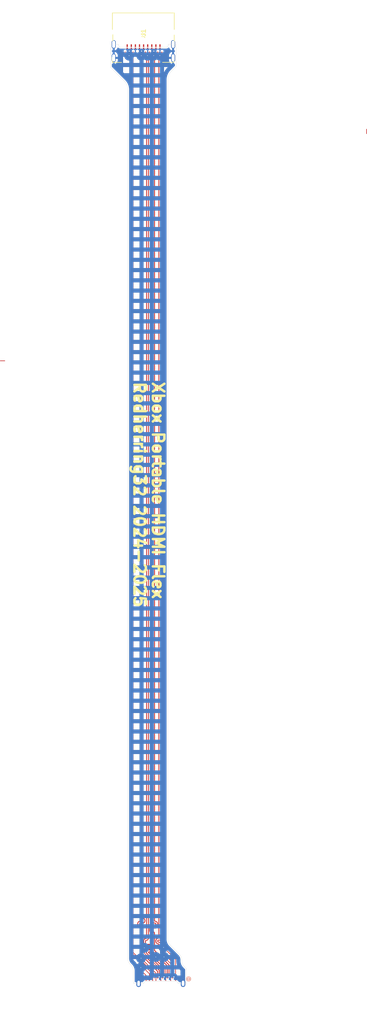
<source format=kicad_pcb>
(kicad_pcb (version 20241229) (generator "pcbnew") (generator_version "9.0")
  (layers (0 "F.Cu" signal "Front") (2 "B.Cu" signal "Back") (13 "F.Paste" user) (15 "B.Paste" user) (5 "F.SilkS" user "F.Silkscreen") (7 "B.SilkS" user "B.Silkscreen") (1 "F.Mask" user) (3 "B.Mask" user) (25 "Edge.Cuts" user))
  (net 0 "")
  (net 4 "/D1-")
  (net 5 "/D0-")
  (net 6 "/D2+")
  (net 7 "/D0+")
  (net 8 "/D1+")
  (net 9 "/CK+")
  (net 10 "/CK-")
  (net 11 "/D2-")
  (net 12 "/GND")
  (net 13 "/HPD")
  (net 14 "/SCL")
  (net 15 "/SDA")
  (footprint "HDMI-FFC:GND-PADS" (layer "F.Cu") (at 177.62 276.73)
    (property "Reference" "REF**" (hide yes))
    (property "Value" "GND-PADS")
    (pad "SH" thru_hole oval (at -9.025001 1.0677 90) (size 1.8034 1.1176) (drill oval 1.3 0.6) (layers "*.Cu" "*.Mask") (net 12 "/GND"))
    (pad "SH" thru_hole oval (at 1.825 1.055 90) (size 1.8034 1.1176) (drill oval 1.3 0.6) (layers "*.Cu" "*.Mask") (net 12 "/GND"))
  )
  (footprint "HDMI-FFC:MiniHDMI" (layer "F.Cu") (at 177.62 276.72)
    (property "Reference" "J2" (hide yes))
    (property "Value" "HDMI_A_1.4")
    (fp_circle (center 3.175 0) (end 3.556 0) (stroke (width 0.508)) (fill no) (layer "B.SilkS"))
    (pad "1" smd rect (at 0 0.4) (size 0.2 0.34) (layers "F.Cu" "F.Mask" "F.Paste") (net 12 "/GND"))
    (pad "1" thru_hole circle (at 0 0.57) (size 0.253 0.253) (drill 0.25) (layers "*.Cu" "*.Mask") (net 12 "/GND"))
    (pad "2" thru_hole circle (at -0.4 -0.5) (size 0.253 0.253) (drill 0.25) (layers "*.Cu" "*.Mask") (net 12 "/GND"))
    (pad "3" thru_hole circle (at -0.8 0) (size 0.253 0.253) (drill 0.25) (layers "*.Cu" "*.Mask") (net 11 "/D2-"))
    (pad "4" smd rect (at -1.2 0.405) (size 0.2 0.33) (layers "F.Cu" "F.Mask" "F.Paste") (net 12 "/GND"))
    (pad "4" thru_hole circle (at -1.2 0.57) (size 0.253 0.253) (drill 0.25) (layers "*.Cu" "*.Mask") (net 12 "/GND"))
    (pad "5" thru_hole circle (at -1.6 -0.5) (size 0.253 0.253) (drill 0.25) (layers "*.Cu" "*.Mask") (net 12 "/GND"))
    (pad "6" thru_hole circle (at -2 0) (size 0.253 0.253) (drill 0.25) (layers "*.Cu" "*.Mask") (net 4 "/D1-"))
    (pad "7" smd rect (at -2.404687 0.40531) (size 0.19062 0.329374) (layers "F.Cu" "F.Mask" "F.Paste") (net 12 "/GND"))
    (pad "7" thru_hole circle (at -2.4 0.57) (size 0.253 0.253) (drill 0.25) (layers "*.Cu" "*.Mask") (net 12 "/GND"))
    (pad "8" thru_hole circle (at -2.8 -0.5) (size 0.253 0.253) (drill 0.25) (layers "*.Cu" "*.Mask") (net 12 "/GND"))
    (pad "9" thru_hole circle (at -3.2 0) (size 0.253 0.253) (drill 0.25) (layers "*.Cu" "*.Mask") (net 5 "/D0-"))
    (pad "10" smd rect (at -3.6 0.405) (size 0.2 0.33) (layers "F.Cu" "F.Mask" "F.Paste") (net 12 "/GND"))
    (pad "10" thru_hole circle (at -3.6 0.57) (size 0.253 0.253) (drill 0.25) (layers "*.Cu" "*.Mask") (net 12 "/GND"))
    (pad "11" thru_hole circle (at -4 -0.5) (size 0.253 0.253) (drill 0.25) (layers "*.Cu" "*.Mask") (net 12 "/GND"))
    (pad "12" thru_hole circle (at -4.4 0) (size 0.253 0.253) (drill 0.25) (layers "*.Cu" "*.Mask") (net 10 "/CK-"))
    (pad "13" thru_hole circle (at -4.8 0.57) (size 0.253 0.253) (drill 0.25) (layers "*.Cu" "*.Mask") (net 12 "/GND"))
    (pad "13" smd rect (at -4.799999 0.404999) (size 0.199998 0.329998) (layers "F.Cu" "F.Mask" "F.Paste") (net 12 "/GND"))
    (pad "14" thru_hole circle (at -5.2 0) (size 0.253 0.253) (drill 0.25) (layers "*.Cu" "*.Mask") (net 14 "/SCL"))
    (pad "15" smd rect (at -5.6 0.405) (size 0.2 0.33) (layers "F.Cu" "F.Mask" "F.Paste") (net 15 "/SDA"))
    (pad "15" thru_hole circle (at -5.6 0.57) (size 0.253 0.253) (drill 0.25) (layers "*.Cu" "*.Mask") (net 15 "/SDA"))
    (pad "17" smd rect (at -6.4 0.405) (size 0.2 0.33) (layers "F.Cu" "F.Mask" "F.Paste") (net 12 "/GND"))
    (pad "17" thru_hole circle (at -6.4 0.57) (size 0.253 0.253) (drill 0.25) (layers "*.Cu" "*.Mask") (net 12 "/GND"))
    (pad "19" smd rect (at -7.2 0.405) (size 0.2 0.33) (layers "F.Cu" "F.Mask" "F.Paste") (net 13 "/HPD"))
    (pad "19" thru_hole circle (at -7.2 0.57) (size 0.253 0.253) (drill 0.25) (layers "*.Cu" "*.Mask") (net 13 "/HPD"))
  )
  (footprint "HDMI:ps4_hdmi" (layer "F.Cu") (at 169.765 50.5 180)
    (property "Reference" "J1" (at 0 3.8 270) (layer "F.SilkS") (effects (font (size 0.75 0.75) (thickness 0.1875))))
    (property "Value" "HDMI" (hide yes))
    (fp_line (start 7.6 -2.772) (end 7.6 -1.5) (stroke (width 0.15)) (layer "F.SilkS"))
    (fp_line (start 7.59 9.3) (end 0.34 9.3) (stroke (width 0.15)) (layer "F.SilkS"))
    (fp_line (start 7.59 5.28) (end 7.59 9.3) (stroke (width 0.15)) (layer "F.SilkS"))
    (fp_line (start 7.49 1.05) (end 7.49 4) (stroke (width 0.15)) (layer "F.SilkS"))
    (fp_line (start 5.35 -2.772) (end 7.6 -2.772) (stroke (width 0.15)) (layer "F.SilkS"))
    (fp_line (start -4.66 -2.742) (end -7.4 -2.742) (stroke (width 0.15)) (layer "F.SilkS"))
    (fp_line (start -7.4 -2.742) (end -7.4 -1.5) (stroke (width 0.15)) (layer "F.SilkS"))
    (fp_line (start -7.5 1.07) (end -7.5 3.92) (stroke (width 0.15)) (layer "F.SilkS"))
    (fp_line (start -7.51 9.3) (end 0.34 9.3) (stroke (width 0.15)) (layer "F.SilkS"))
    (fp_line (start -7.51 5.28) (end -7.51 9.3) (stroke (width 0.15)) (layer "F.SilkS"))
    (pad "0" thru_hole oval (at -7.25 -1.65 180) (size 1 2.02) (drill oval 0.7 1.72) (layers "*.Cu" "*.Mask") (net 12 "/GND"))
    (pad "0" thru_hole oval (at -7.25 1.65 180) (size 1 2.02) (drill oval 0.7 1.72) (layers "*.Cu" "*.Mask") (net 12 "/GND"))
    (pad "0" thru_hole oval (at 7.25 -1.65 180) (size 1 2.02) (drill oval 0.7 1.72) (layers "*.Cu" "*.Mask") (net 12 "/GND"))
    (pad "0" thru_hole oval (at 7.25 1.65 180) (size 1 2.02) (drill oval 0.7 1.72) (layers "*.Cu" "*.Mask") (net 12 "/GND"))
  )
  (footprint "HDMI-FFC:HDMI" (layer "F.Cu") (at 169.81 50.5 180)
    (property "Reference" "J1" (at 0 4.5 90) (layer "F.SilkS") (effects (font (size 1.016 1.016) (thickness 0.254))))
    (property "Value" "HDMI_A" (hide yes))
    (fp_line (start 7.6 -1.5) (end 7.6 -2.772) (stroke (width 0.15)) (layer "F.SilkS"))
    (fp_line (start 7.6 -2.772) (end 5.35 -2.772) (stroke (width 0.15)) (layer "F.SilkS"))
    (fp_line (start 7.59 9.3) (end 7.59 5.28) (stroke (width 0.15)) (layer "F.SilkS"))
    (fp_line (start 7.49 4) (end 7.49 1.05) (stroke (width 0.15)) (layer "F.SilkS"))
    (fp_line (start 0.34 9.3) (end 7.59 9.3) (stroke (width 0.15)) (layer "F.SilkS"))
    (fp_line (start 0.34 9.3) (end -7.51 9.3) (stroke (width 0.15)) (layer "F.SilkS"))
    (fp_line (start -7.4 -1.5) (end -7.4 -2.742) (stroke (width 0.15)) (layer "F.SilkS"))
    (fp_line (start -7.4 -2.742) (end -4.66 -2.742) (stroke (width 0.15)) (layer "F.SilkS"))
    (fp_line (start -7.5 3.92) (end -7.5 1.07) (stroke (width 0.15)) (layer "F.SilkS"))
    (fp_line (start -7.51 9.3) (end -7.51 5.28) (stroke (width 0.15)) (layer "F.SilkS"))
    (pad "1" thru_hole circle (at -4.5 -0.03 180) (size 0.253 0.253) (drill 0.25) (layers "*.Cu" "*.Mask") (net 6 "/D2+"))
    (pad "2" thru_hole circle (at -4 0.91 180) (size 0.253 0.253) (drill 0.25) (layers "*.Cu" "*.Mask") (net 12 "/GND"))
    (pad "2" smd rect (at -4 1.03 180) (size 0.3 1.24) (layers "F.Cu" "F.Mask" "F.Paste") (net 12 "/GND"))
    (pad "3" thru_hole circle (at -3.5 0 180) (size 0.253 0.253) (drill 0.25) (layers "*.Cu" "*.Mask") (net 11 "/D2-"))
    (pad "4" thru_hole circle (at -3 0.91 180) (size 0.253 0.253) (drill 0.25) (layers "*.Cu" "*.Mask") (net 8 "/D1+"))
    (pad "4" smd rect (at -3 1.03 180) (size 0.3 1.24) (layers "F.Cu" "F.Mask" "F.Paste") (net 8 "/D1+"))
    (pad "5" thru_hole circle (at -2.5 0 180) (size 0.253 0.253) (drill 0.25) (layers "*.Cu" "*.Mask") (net 12 "/GND"))
    (pad "6" thru_hole circle (at -2 0.91 180) (size 0.253 0.253) (drill 0.25) (layers "*.Cu" "*.Mask") (net 4 "/D1-"))
    (pad "6" smd rect (at -2 1.03 180) (size 0.3 1.24) (layers "F.Cu" "F.Mask" "F.Paste") (net 4 "/D1-"))
    (pad "7" thru_hole circle (at -1.5 0 180) (size 0.253 0.253) (drill 0.25) (layers "*.Cu" "*.Mask") (net 7 "/D0+"))
    (pad "8" thru_hole circle (at -1 0.91 180) (size 0.253 0.253) (drill 0.25) (layers "*.Cu" "*.Mask") (net 12 "/GND"))
    (pad "8" smd rect (at -1 1.025 180) (size 0.3 1.25) (layers "F.Cu" "F.Mask" "F.Paste") (net 12 "/GND"))
    (pad "9" thru_hole circle (at -0.5 0 180) (size 0.253 0.253) (drill 0.25) (layers "*.Cu" "*.Mask") (net 5 "/D0-"))
    (pad "10" thru_hole circle (at 0 0.91 180) (size 0.253 0.253) (drill 0.25) (layers "*.Cu" "*.Mask") (net 9 "/CK+"))
    (pad "10" smd rect (at 0 1.025 180) (size 0.3 1.25) (layers "F.Cu" "F.Mask" "F.Paste") (net 9 "/CK+"))
    (pad "11" thru_hole circle (at 0.5 0 180) (size 0.253 0.253) (drill 0.25) (layers "*.Cu" "*.Mask") (net 12 "/GND"))
    (pad "12" thru_hole circle (at 1 0.91 180) (size 0.253 0.253) (drill 0.25) (layers "*.Cu" "*.Mask") (net 10 "/CK-"))
    (pad "12" smd rect (at 1 1.024999 180) (size 0.3 1.249998) (layers "F.Cu" "F.Mask" "F.Paste") (net 10 "/CK-"))
    (pad "13" thru_hole circle (at 1.5 0 180) (size 0.253 0.253) (drill 0.25) (layers "*.Cu" "*.Mask"))
    (pad "14" thru_hole circle (at 2 0.91 180) (size 0.253 0.253) (drill 0.25) (layers "*.Cu" "*.Mask"))
    (pad "14" smd rect (at 2 1.025 180) (size 0.3 1.25) (layers "F.Cu" "F.Mask" "F.Paste"))
    (pad "15" thru_hole circle (at 2.5 0 180) (size 0.253 0.253) (drill 0.25) (layers "*.Cu" "*.Mask") (net 14 "/SCL"))
    (pad "16" thru_hole circle (at 3 0.91 180) (size 0.253 0.253) (drill 0.25) (layers "*.Cu" "*.Mask") (net 15 "/SDA"))
    (pad "16" smd rect (at 3 1.025 180) (size 0.3 1.25) (layers "F.Cu" "F.Mask" "F.Paste") (net 15 "/SDA"))
    (pad "17" thru_hole circle (at 3.5 0 180) (size 0.253 0.253) (drill 0.25) (layers "*.Cu" "*.Mask") (net 12 "/GND"))
    (pad "18" thru_hole circle (at 4 0.91 180) (size 0.253 0.253) (drill 0.25) (layers "*.Cu" "*.Mask"))
    (pad "18" smd rect (at 4 1.025 180) (size 0.3 1.25) (layers "F.Cu" "F.Mask" "F.Paste"))
    (pad "19" thru_hole circle (at 4.5 0 180) (size 0.253 0.253) (drill 0.25) (layers "*.Cu" "*.Mask") (net 13 "/HPD"))
  )
  (gr_arc (start 177.69 277.29) (mid 178.043553 277.436447) (end 178.19 277.79) (stroke (width 0.05)) (layer "Edge.Cuts"))
  (gr_line (start 165.98 59.902641) (end 165.98 271.751573) (stroke (width 0.05)) (layer "Edge.Cuts"))
  (gr_line (start 167.34 274.768427) (end 167.34 277.8) (stroke (width 0.05)) (layer "Edge.Cuts"))
  (gr_line (start 175.310413 49.590413) (end 164.210413 49.599586) (stroke (width 0.05)) (layer "Edge.Cuts"))
  (gr_line (start 177.76 48.84) (end 175.81 48.84) (stroke (width 0.05)) (layer "Edge.Cuts"))
  (gr_arc (start 165.101321 57.781321) (mid 165.751626 58.754593) (end 165.98 59.902641) (stroke (width 0.05)) (layer "Edge.Cuts"))
  (gr_line (start 179.11 272.281573) (end 179.11 272.108427) (stroke (width 0.05)) (layer "Edge.Cuts"))
  (gr_arc (start 169.89 277.8) (mid 170.036447 277.446447) (end 170.39 277.3) (stroke (width 0.05)) (layer "Edge.Cuts"))
  (gr_line (start 177.760038 54.199962) (end 177.76 48.84) (stroke (width 0.05)) (layer "Edge.Cuts"))
  (gr_arc (start 179.695786 273.695786) (mid 179.262241 273.04694) (end 179.11 272.281573) (stroke (width 0.05)) (layer "Edge.Cuts"))
  (gr_line (start 163.71 48.85) (end 163.71 49.099587) (stroke (width 0.05)) (layer "Edge.Cuts"))
  (gr_line (start 161.76 48.86) (end 163.71 48.85) (stroke (width 0.05)) (layer "Edge.Cuts"))
  (gr_arc (start 164.210413 49.599586) (mid 163.856598 49.453285) (end 163.71 49.099587) (stroke (width 0.05)) (layer "Edge.Cuts"))
  (gr_arc (start 176.295786 268.465786) (mid 175.86225 267.816938) (end 175.71 267.051573) (stroke (width 0.05)) (layer "Edge.Cuts"))
  (gr_line (start 180.25 274.26) (end 180.25 277.79) (stroke (width 0.05)) (layer "Edge.Cuts"))
  (gr_line (start 166.565787 273.165787) (end 166.754214 273.354214) (stroke (width 0.05)) (layer "Edge.Cuts"))
  (gr_line (start 175.71 57.492641) (end 175.71 267.051573) (stroke (width 0.05)) (layer "Edge.Cuts"))
  (gr_line (start 177.760038 54.199962) (end 176.588679 55.371321) (stroke (width 0.05)) (layer "Edge.Cuts"))
  (gr_line (start 180.25 274.26) (end 179.695786 273.695786) (stroke (width 0.05)) (layer "Edge.Cuts"))
  (gr_line (start 180.25 277.79) (end 178.19 277.79) (stroke (width 0.05)) (layer "Edge.Cuts"))
  (gr_arc (start 166.565787 273.165787) (mid 166.13225 272.516939) (end 165.98 271.751573) (stroke (width 0.05)) (layer "Edge.Cuts"))
  (gr_line (start 175.81 48.84) (end 175.81 49.090413) (stroke (width 0.05)) (layer "Edge.Cuts"))
  (gr_line (start 178.524213 270.694213) (end 176.295786 268.465786) (stroke (width 0.05)) (layer "Edge.Cuts"))
  (gr_arc (start 175.71 57.492641) (mid 175.938348 56.344582) (end 176.588679 55.371321) (stroke (width 0.05)) (layer "Edge.Cuts"))
  (gr_line (start 161.760005 54.440005) (end 161.76 48.86) (stroke (width 0.05)) (layer "Edge.Cuts"))
  (gr_line (start 167.34 277.8) (end 169.89 277.8) (stroke (width 0.05)) (layer "Edge.Cuts"))
  (gr_arc (start 178.524213 270.694213) (mid 178.957759 271.34306) (end 179.11 272.108427) (stroke (width 0.05)) (layer "Edge.Cuts"))
  (gr_line (start 170.39 277.3) (end 177.69 277.29) (stroke (width 0.05)) (layer "Edge.Cuts"))
  (gr_arc (start 175.81 49.090413) (mid 175.663699 49.44382) (end 175.310413 49.590413) (stroke (width 0.05)) (layer "Edge.Cuts"))
  (gr_line (start 161.760005 54.440005) (end 165.101321 57.781321) (stroke (width 0.05)) (layer "Edge.Cuts"))
  (gr_arc (start 166.754214 273.354214) (mid 167.18775 274.003062) (end 167.34 274.768427) (stroke (width 0.05)) (layer "Edge.Cuts"))
  (gr_text "Xbox Portable HDMI Flex\nRedherring32 2024-2025" (at 167.19 130.81 270) (layer "F.SilkS") (effects (font (size 2.8 2.8) (thickness 0.6) (bold yes)) (justify left bottom)))
  (segment (start 134.833978 126.01) (end 135.93 126.01) (width 0.1524) (layer "F.Cu") (net 0))
  (segment (start 224.27 69.533978) (end 224.27 70.63) (width 0.1524) (layer "F.Cu") (net 0))
  (segment (start 171.8925 263.8825) (end 172.04 263.8825) (width 0.2) (layer "F.Cu") (net 4))
  (segment (start 172.04 262.06) (end 172.04 261.1) (width 0.2) (layer "F.Cu") (net 4))
  (segment (start 172.04 262.525) (end 172.04 262.06) (width 0.2) (layer "F.Cu") (net 4))
  (segment (start 175.3809 273.3091) (end 172.04 269.9682) (width 0.2) (layer "F.Cu") (net 4))
  (segment (start 172.04 263.8825) (end 172.6375 263.8825) (width 0.2) (layer "F.Cu") (net 4))
  (segment (start 171.295 264.945) (end 171.295 264.48) (width 0.2) (layer "F.Cu") (net 4))
  (segment (start 172.04 52.100001) (end 171.765 51.825001) (width 0.2) (layer "F.Cu") (net 4))
  (segment (start 175.619999 276.72) (end 175.619999 273.548199) (width 0.2) (layer "F.Cu") (net 4))
  (segment (start 172.04 261.1) (end 172.04 52.100001) (width 0.2) (layer "F.Cu") (net 4))
  (segment (start 172.785 263.735) (end 172.785 263.27) (width 0.2) (layer "F.Cu") (net 4))
  (segment (start 175.619999 273.548199) (end 175.3809 273.3091) (width 0.2) (layer "F.Cu") (net 4))
  (segment (start 171.765 51.825001) (end 171.765 50.04) (width 0.2) (layer "F.Cu") (net 4))
  (segment (start 172.04 269.9682) (end 172.04 265.69) (width 0.2) (layer "F.Cu") (net 4))
  (arc (start 172.785 263.27) (mid 172.741798 263.165702) (end 172.6375 263.1225) (width 0.2) (layer "F.Cu") (net 4))
  (arc (start 172.04 265.69) (mid 171.996798 265.585702) (end 171.8925 265.5425) (width 0.2) (layer "F.Cu") (net 4))
  (arc (start 172.6375 263.8825) (mid 172.741798 263.839298) (end 172.785 263.735) (width 0.2) (layer "F.Cu") (net 4))
  (arc (start 171.8925 265.5425) (mid 171.470004 265.367496) (end 171.295 264.945) (width 0.2) (layer "F.Cu") (net 4))
  (arc (start 172.6375 263.1225) (mid 172.215004 262.947496) (end 172.04 262.525) (width 0.2) (layer "F.Cu") (net 4))
  (arc (start 171.295 264.48) (mid 171.470004 264.057504) (end 171.8925 263.8825) (width 0.2) (layer "F.Cu") (net 4))
  (segment (start 171.244999 269.5468) (end 171.244999 268.8518) (width 0.2) (layer "F.Cu") (net 5))
  (segment (start 170.545 270.4432) (end 170.54 270.4382) (width 0.2) (layer "F.Cu") (net 5))
  (segment (start 170.28 51.840001) (end 170.28 50.52) (width 0.2) (layer "F.Cu") (net 5))
  (segment (start 174.2109 274.1091) (end 170.545 270.4432) (width 0.2) (layer "F.Cu") (net 5))
  (segment (start 170.539999 266.0518) (end 170.54 264.27) (width 0.2) (layer "F.Cu") (net 5))
  (segment (start 170.54 52.100001) (end 170.28 51.840001) (width 0.2) (layer "F.Cu") (net 5))
  (segment (start 170.539999 266.7468) (end 170.539999 266.0518) (width 0.2) (layer "F.Cu") (net 5))
  (segment (start 174.419999 276.72) (end 174.419999 274.318199) (width 0.2) (layer "F.Cu") (net 5))
  (segment (start 171.1175 268.724301) (end 170.990001 268.724301) (width 0.2) (layer "F.Cu") (net 5))
  (segment (start 170.54 270.4382) (end 170.539999 270.2518) (width 0.2) (layer "F.Cu") (net 5))
  (segment (start 170.990001 268.724301) (end 170.4125 268.724301) (width 0.2) (layer "F.Cu") (net 5))
  (segment (start 174.419999 274.318199) (end 174.2109 274.1091) (width 0.2) (layer "F.Cu") (net 5))
  (segment (start 169.834999 268.1468) (end 169.834999 267.4518) (width 0.2) (layer "F.Cu") (net 5))
  (segment (start 170.54 264.27) (end 170.54 52.100001) (width 0.2) (layer "F.Cu") (net 5))
  (arc (start 171.1175 269.674299) (mid 171.207655 269.636955) (end 171.244999 269.5468) (width 0.2) (layer "F.Cu") (net 5))
  (arc (start 170.4125 268.724301) (mid 170.004145 268.555155) (end 169.834999 268.1468) (width 0.2) (layer "F.Cu") (net 5))
  (arc (start 169.834999 267.4518) (mid 170.004145 267.043445) (end 170.4125 266.874299) (width 0.2) (layer "F.Cu") (net 5))
  (arc (start 171.244999 268.8518) (mid 171.207655 268.761645) (end 171.1175 268.724301) (width 0.2) (layer "F.Cu") (net 5))
  (arc (start 170.539999 270.2518) (mid 170.709145 269.843445) (end 171.1175 269.674299) (width 0.2) (layer "F.Cu") (net 5))
  (arc (start 170.4125 266.874299) (mid 170.502655 266.836955) (end 170.539999 266.7468) (width 0.2) (layer "F.Cu") (net 5))
  (segment (start 177.22 276.22) (end 177.219998 276.219998) (width 0.2) (layer "F.Cu") (net 6))
  (segment (start 173.99 268.3) (end 173.99 268.495) (width 0.2) (layer "F.Cu") (net 6))
  (segment (start 173.275 267.39) (end 173.275 267.585) (width 0.2) (layer "F.Cu") (net 6))
  (segment (start 173.99 268.495) (end 173.99 269.1318) (width 0.2) (layer "F.Cu") (net 6))
  (segment (start 174.1975 267.2575) (end 173.99 267.2575) (width 0.2) (layer "F.Cu") (net 6))
  (segment (start 174.855 266.555) (end 174.855 266.6) (width 0.2) (layer "F.Cu") (net 6))
  (segment (start 174.28 51.810001) (end 173.99 52.100001) (width 0.2) (layer "F.Cu") (net 6))
  (segment (start 177.219998 276.219998) (end 177.219998 272.361798) (width 0.2) (layer "F.Cu") (net 6))
  (segment (start 173.99 52.100001) (end 173.99 265.69) (width 0.2) (layer "F.Cu") (net 6))
  (segment (start 173.99 267.2575) (end 173.4075 267.2575) (width 0.2) (layer "F.Cu") (net 6))
  (segment (start 177.219998 272.361798) (end 173.99 269.1318) (width 0.2) (layer "F.Cu") (net 6))
  (segment (start 174.28 50.55) (end 174.28 51.810001) (width 0.2) (layer "F.Cu") (net 6))
  (arc (start 173.99 265.69) (mid 174.050775 265.836725) (end 174.1975 265.8975) (width 0.2) (layer "F.Cu") (net 6))
  (arc (start 174.1975 265.8975) (mid 174.662423 266.090077) (end 174.855 266.555) (width 0.2) (layer "F.Cu") (net 6))
  (arc (start 173.4075 267.7175) (mid 173.81939 267.88811) (end 173.99 268.3) (width 0.2) (layer "F.Cu") (net 6))
  (arc (start 174.855 266.6) (mid 174.662423 267.064923) (end 174.1975 267.2575) (width 0.2) (layer "F.Cu") (net 6))
  (arc (start 173.4075 267.2575) (mid 173.313808 267.296308) (end 173.275 267.39) (width 0.2) (layer "F.Cu") (net 6))
  (arc (start 173.275 267.585) (mid 173.313808 267.678692) (end 173.4075 267.7175) (width 0.2) (layer "F.Cu") (net 6))
  (segment (start 170.99 270.2518) (end 170.990001 270.2518) (width 0.2) (layer "F.Cu") (net 7))
  (segment (start 170.99 52.100001) (end 171.28 51.810001) (width 0.2) (layer "F.Cu") (net 7))
  (segment (start 171.28 51.810001) (end 171.28 50.52) (width 0.2) (layer "F.Cu") (net 7))
  (segment (start 170.99 264.27) (end 170.99 52.100001) (width 0.2) (layer "F.Cu") (net 7))
  (segment (start 174.82 274.0818) (end 170.99 270.2518) (width 0.2) (layer "F.Cu") (net 7))
  (segment (start 170.285001 268.1468) (end 170.285001 267.4518) (width 0.2) (layer "F.Cu") (net 7))
  (segment (start 174.82 276.22) (end 174.82 274.0818) (width 0.2) (layer "F.Cu") (net 7))
  (segment (start 170.990001 268.274299) (end 170.4125 268.274299) (width 0.2) (layer "F.Cu") (net 7))
  (segment (start 170.990001 266.7468) (end 170.990001 266.0518) (width 0.2) (layer "F.Cu") (net 7))
  (segment (start 170.990001 266.0518) (end 170.99 264.27) (width 0.2) (layer "F.Cu") (net 7))
  (segment (start 171.1175 268.274299) (end 170.990001 268.274299) (width 0.2) (layer "F.Cu") (net 7))
  (segment (start 171.695001 269.5468) (end 171.695001 268.8518) (width 0.2) (layer "F.Cu") (net 7))
  (arc (start 170.285001 267.4518) (mid 170.322345 267.361645) (end 170.4125 267.324301) (width 0.2) (layer "F.Cu") (net 7))
  (arc (start 170.4125 268.274299) (mid 170.322345 268.236955) (end 170.285001 268.1468) (width 0.2) (layer "F.Cu") (net 7))
  (arc (start 171.695001 268.8518) (mid 171.525855 268.443445) (end 171.1175 268.274299) (width 0.2) (layer "F.Cu") (net 7))
  (arc (start 170.990001 270.2518) (mid 171.027345 270.161645) (end 171.1175 270.124301) (width 0.2) (layer "F.Cu") (net 7))
  (arc (start 170.4125 267.324301) (mid 170.820855 267.155155) (end 170.990001 266.7468) (width 0.2) (layer "F.Cu") (net 7))
  (arc (start 171.1175 270.124301) (mid 171.525855 269.955155) (end 171.695001 269.5468) (width 0.2) (layer "F.Cu") (net 7))
  (segment (start 172.49 52.100001) (end 172.78 51.810001) (width 0.2) (layer "F.Cu") (net 8))
  (segment (start 172.49 262.525) (end 172.49 262.06) (width 0.2) (layer "F.Cu") (net 8))
  (segment (start 176.019998 273.311798) (end 172.49 269.7818) (width 0.2) (layer "F.Cu") (net 8))
  (segment (start 176.02 276.22) (end 176.019998 276.219998) (width 0.2) (layer "F.Cu") (net 8))
  (segment (start 172.49 262.06) (end 172.49 261.1) (width 0.2) (layer "F.Cu") (net 8))
  (segment (start 171.745 264.945) (end 171.745 264.48) (width 0.2) (layer "F.Cu") (net 8))
  (segment (start 172.49 269.7818) (end 172.49 265.69) (width 0.2) (layer "F.Cu") (net 8))
  (segment (start 172.78 51.810001) (end 172.78 49.61) (width 0.2) (layer "F.Cu") (net 8))
  (segment (start 173.235 263.735) (end 173.235 263.27) (width 0.2) (layer "F.Cu") (net 8))
  (segment (start 172.49 261.1) (end 172.49 52.100001) (width 0.2) (layer "F.Cu") (net 8))
  (segment (start 171.8925 264.3325) (end 172.04 264.3325) (width 0.2) (layer "F.Cu") (net 8))
  (segment (start 176.019998 276.219998) (end 176.019998 273.311798) (width 0.2) (layer "F.Cu") (net 8))
  (segment (start 172.04 264.3325) (end 172.6375 264.3325) (width 0.2) (layer "F.Cu") (net 8))
  (arc (start 172.6375 264.3325) (mid 173.059996 264.157496) (end 173.235 263.735) (width 0.2) (layer "F.Cu") (net 8))
  (arc (start 173.235 263.27) (mid 173.059996 262.847504) (end 172.6375 262.6725) (width 0.2) (layer "F.Cu") (net 8))
  (arc (start 171.8925 265.0925) (mid 171.788202 265.049298) (end 171.745 264.945) (width 0.2) (layer "F.Cu") (net 8))
  (arc (start 172.6375 262.6725) (mid 172.533202 262.629298) (end 172.49 262.525) (width 0.2) (layer "F.Cu") (net 8))
  (arc (start 171.745 264.48) (mid 171.788202 264.375702) (end 171.8925 264.3325) (width 0.2) (layer "F.Cu") (net 8))
  (arc (start 172.49 265.69) (mid 172.314996 265.267504) (end 171.8925 265.0925) (width 0.2) (layer "F.Cu") (net 8))
  (segment (start 169.04 263.107902) (end 169.5925 263.107902) (width 0.2) (layer "F.Cu") (net 9))
  (segment (start 169.49 52.100001) (end 169.765 51.825001) (width 0.2) (layer "F.Cu") (net 9))
  (segment (start 170.145 262.555402) (end 170.145 262.460402) (width 0.2) (layer "F.Cu") (net 9))
  (segment (start 168.835 263.305402) (end 168.835 263.210402) (width 0.2) (layer "F.Cu") (net 9))
  (segment (start 169.49 270.4818) (end 169.49 263.960402) (width 0.2) (layer "F.Cu") (net 9))
  (segment (start 169.49 261.54) (end 169.49 52.100001) (width 0.2) (layer "F.Cu") (net 9))
  (segment (start 169.49 261.710402) (end 169.49 261.54) (width 0.2) (layer "F.Cu") (net 9))
  (segment (start 168.9375 263.107902) (end 169.04 263.107902) (width 0.2) (layer "F.Cu") (net 9))
  (segment (start 169.49 261.805402) (end 169.49 261.710402) (width 0.2) (layer "F.Cu") (net 9))
  (segment (start 173.62 276.22) (end 173.62 274.6118) (width 0.2) (layer "F.Cu") (net 9))
  (segment (start 173.62 274.6118) (end 169.49 270.4818) (width 0.2) (layer "F.Cu") (net 9))
  (segment (start 169.765 51.825001) (end 169.765 50.04) (width 0.2) (layer "F.Cu") (net 9))
  (arc (start 168.835 263.210402) (mid 168.865022 263.137924) (end 168.9375 263.107902) (width 0.2) (layer "F.Cu") (net 9))
  (arc (start 168.9375 263.407902) (mid 168.865022 263.37788) (end 168.835 263.305402) (width 0.2) (layer "F.Cu") (net 9))
  (arc (start 169.5925 263.107902) (mid 169.983176 262.946078) (end 170.145 262.555402) (width 0.2) (layer "F.Cu") (net 9))
  (arc (start 170.145 262.460402) (mid 169.983176 262.069726) (end 169.5925 261.907902) (width 0.2) (layer "F.Cu") (net 9))
  (arc (start 169.49 263.960402) (mid 169.328176 263.569726) (end 168.9375 263.407902) (width 0.2) (layer "F.Cu") (net 9))
  (arc (start 169.5925 261.907902) (mid 169.520022 261.87788) (end 169.49 261.805402) (width 0.2) (layer "F.Cu") (net 9))
  (segment (start 173.219999 274.848199) (end 173.1259 274.7541) (width 0.2) (layer "F.Cu") (net 10))
  (segment (start 173.1259 274.7541) (end 169.04 270.6682) (width 0.2) (layer "F.Cu") (net 10))
  (segment (start 169.04 270.6682) (end 169.04 263.960402) (width 0.2) (layer "F.Cu") (net 10))
  (segment (start 169.04 261.710402) (end 169.04 261.54) (width 0.2) (layer "F.Cu") (net 10))
  (segment (start 169.04 261.805402) (end 169.04 261.710402) (width 0.2) (layer "F.Cu") (net 10))
  (segment (start 168.765 51.825001) (end 168.765 50.04) (width 0.2) (layer "F.Cu") (net 10))
  (segment (start 173.219999 276.72) (end 173.219999 274.848199) (width 0.2) (layer "F.Cu") (net 10))
  (segment (start 169.695 262.555402) (end 169.695 262.460402) (width 0.2) (layer "F.Cu") (net 10))
  (segment (start 169.04 52.100001) (end 168.765 51.825001) (width 0.2) (layer "F.Cu") (net 10))
  (segment (start 168.385 263.305402) (end 168.385 263.210402) (width 0.2) (layer "F.Cu") (net 10))
  (segment (start 169.04 261.54) (end 169.04 52.100001) (width 0.2) (layer "F.Cu") (net 10))
  (segment (start 168.9375 262.657902) (end 169.04 262.657902) (width 0.2) (layer "F.Cu") (net 10))
  (segment (start 169.04 262.657902) (end 169.5925 262.657902) (width 0.2) (layer "F.Cu") (net 10))
  (arc (start 169.5925 262.657902) (mid 169.664978 262.62788) (end 169.695 262.555402) (width 0.2) (layer "F.Cu") (net 10))
  (arc (start 168.385 263.210402) (mid 168.546824 262.819726) (end 168.9375 262.657902) (width 0.2) (layer "F.Cu") (net 10))
  (arc (start 169.5925 262.357902) (mid 169.201824 262.196078) (end 169.04 261.805402) (width 0.2) (layer "F.Cu") (net 10))
  (arc (start 168.9375 263.857902) (mid 168.546824 263.696078) (end 168.385 263.305402) (width 0.2) (layer "F.Cu") (net 10))
  (arc (start 169.695 262.460402) (mid 169.664978 262.387924) (end 169.5925 262.357902) (width 0.2) (layer "F.Cu") (net 10))
  (arc (start 169.04 263.960402) (mid 169.009978 263.887924) (end 168.9375 263.857902) (width 0.2) (layer "F.Cu") (net 10))
  (segment (start 173.54 269.3182) (end 173.640012 269.418212) (width 0.2) (layer "F.Cu") (net 11))
  (segment (start 173.54 51.961041) (end 173.54 265.69) (width 0.2) (layer "F.Cu") (net 11))
  (segment (start 173.28 51.701041) (end 173.54 51.961041) (width 0.2) (layer "F.Cu") (net 11))
  (segment (start 176.819999 276.72) (end 176.819999 272.598199) (width 0.2) (layer "F.Cu") (net 11))
  (segment (start 174.405 266.555) (end 174.405 266.6) (width 0.2) (layer "F.Cu") (net 11))
  (segment (start 173.54 268.3) (end 173.54 268.495) (width 0.2) (layer "F.Cu") (net 11))
  (segment (start 172.825 267.39) (end 172.825 267.585) (width 0.2) (layer "F.Cu") (net 11))
  (segment (start 176.819999 272.598199) (end 176.6609 272.4391) (width 0.2) (layer "F.Cu") (net 11))
  (segment (start 174.1975 266.8075) (end 173.99 266.8075) (width 0.2) (layer "F.Cu") (net 11))
  (segment (start 173.640012 269.418212) (end 176.6609 272.4391) (width 0.2) (layer "F.Cu") (net 11))
  (segment (start 173.54 268.495) (end 173.54 269.3182) (width 0.2) (layer "F.Cu") (net 11))
  (segment (start 173.99 266.8075) (end 173.4075 266.8075) (width 0.2) (layer "F.Cu") (net 11))
  (segment (start 173.28 50.52) (end 173.28 51.701041) (width 0.2) (layer "F.Cu") (net 11))
  (arc (start 172.825 267.585) (mid 172.99561 267.99689) (end 173.4075 268.1675) (width 0.2) (layer "F.Cu") (net 11))
  (arc (start 173.4075 266.8075) (mid 172.99561 266.97811) (end 172.825 267.39) (width 0.2) (layer "F.Cu") (net 11))
  (arc (start 173.4075 268.1675) (mid 173.501192 268.206308) (end 173.54 268.3) (width 0.2) (layer "F.Cu") (net 11))
  (arc (start 174.1975 266.3475) (mid 174.344225 266.408275) (end 174.405 266.555) (width 0.2) (layer "F.Cu") (net 11))
  (arc (start 173.54 265.69) (mid 173.732577 266.154923) (end 174.1975 266.3475) (width 0.2) (layer "F.Cu") (net 11))
  (arc (start 174.405 266.6) (mid 174.344225 266.746725) (end 174.1975 266.8075) (width 0.2) (layer "F.Cu") (net 11))
  (segment (start 172.820001 275.300001) (end 169.19 271.67) (width 0.15) (layer "F.Cu") (net 12))
  (segment (start 169.714031 273.94) (end 171.22 275.445969) (width 0.15) (layer "F.Cu") (net 12))
  (segment (start 169.13 273.94) (end 169.714031 273.94) (width 0.15) (layer "F.Cu") (net 12))
  (segment (start 173.765 51.585) (end 173.77 51.59) (width 0.15) (layer "F.Cu") (net 12))
  (segment (start 174.02 274.46) (end 169.99 270.43) (width 0.15) (layer "F.Cu") (net 12))
  (segment (start 170.82 51.54) (end 170.76 51.6) (width 0.15) (layer "F.Cu") (net 12))
  (segment (start 173.765 49.745) (end 173.765 51.585) (width 0.15) (layer "F.Cu") (net 12))
  (segment (start 176.42 272.98) (end 174.79 271.35) (width 0.15) (layer "F.Cu") (net 12))
  (segment (start 171.22 275.445969) (end 171.22 277.125) (width 0.15) (layer "F.Cu") (net 12))
  (segment (start 169.99 270.43) (end 169.99 269.13) (width 0.15) (layer "F.Cu") (net 12))
  (segment (start 166.339701 50.524272) (end 166.27 50.593973) (width 0.15) (layer "F.Cu") (net 12))
  (segment (start 176.42 277.125) (end 176.42 272.98) (width 0.15) (layer "F.Cu") (net 12))
  (segment (start 169.28 50.52) (end 169.25 50.55) (width 0.15) (layer "F.Cu") (net 12))
  (segment (start 175.215313 273.795313) (end 172.79 271.37) (width 0.15) (layer "F.Cu") (net 12))
  (segment (start 172.820001 277.124999) (end 172.820001 275.300001) (width 0.15) (layer "F.Cu") (net 12))
  (segment (start 166.284272 50.524272) (end 166.339701 50.524272) (width 0.15) (layer "F.Cu") (net 12))
  (segment (start 172.28 50.52) (end 172.27 50.53) (width 0.15) (layer "F.Cu") (net 12))
  (segment (start 172.27 50.53) (end 172.27 51.59) (width 0.15) (layer "F.Cu") (net 12))
  (segment (start 170.77 49.68) (end 170.82 49.73) (width 0.15) (layer "F.Cu") (net 12))
  (segment (start 166.27 50.593973) (end 166.27 51.61) (width 0.15) (layer "F.Cu") (net 12))
  (segment (start 177.62 277.12) (end 177.62 271.96) (width 0.15) (layer "F.Cu") (net 12))
  (segment (start 173.79 49.72) (end 173.765 49.745) (width 0.15) (layer "F.Cu") (net 12))
  (segment (start 170.82 49.73) (end 170.82 51.54) (width 0.15) (layer "F.Cu") (net 12))
  (segment (start 177.62 271.96) (end 174.69 269.03) (width 0.15) (layer "F.Cu") (net 12))
  (segment (start 174.02 277.125) (end 174.02 274.46) (width 0.15) (layer "F.Cu") (net 12))
  (segment (start 175.215313 277.12531) (end 175.215313 273.795313) (width 0.15) (layer "F.Cu") (net 12))
  (segment (start 169.25 50.55) (end 169.25 51.62) (width 0.15) (layer "F.Cu") (net 12))
  (segment (start 166.28 50.52) (end 166.284272 50.524272) (width 0.15) (layer "F.Cu") (net 12))
  (via (at 166.27 51.61) (size 0.35) (drill 0.15) (layers "F.Cu" "B.Cu") (net 12))
  (via (at 170.76 51.6) (size 0.35) (drill 0.15) (layers "F.Cu" "B.Cu") (net 12))
  (via (at 172.79 271.37) (size 0.35) (drill 0.15) (layers "F.Cu" "B.Cu") (net 12))
  (via (at 174.79 271.35) (size 0.35) (drill 0.15) (layers "F.Cu" "B.Cu") (net 12))
  (via (at 169.19 271.67) (size 0.35) (drill 0.15) (layers "F.Cu" "B.Cu") (net 12))
  (via (at 173.77 51.59) (size 0.35) (drill 0.15) (layers "F.Cu" "B.Cu") (net 12))
  (via (at 174.69 269.03) (size 0.35) (drill 0.15) (layers "F.Cu" "B.Cu") (net 12))
  (via (at 169.13 273.94) (size 0.35) (drill 0.15) (layers "F.Cu" "B.Cu") (net 12))
  (via (at 169.25 51.62) (size 0.35) (drill 0.15) (layers "F.Cu" "B.Cu") (net 12))
  (via (at 172.27 51.59) (size 0.35) (drill 0.15) (layers "F.Cu" "B.Cu") (net 12))
  (via (at 169.99 269.13) (size 0.35) (drill 0.15) (layers "F.Cu" "B.Cu") (net 12))
  (segment (start 165.31 51.51) (end 165.31 50.5) (width 0.15) (layer "F.Cu") (net 13))
  (segment (start 166.514 52.714) (end 165.31 51.51) (width 0.15) (layer "F.Cu") (net 13))
  (segment (start 166.514 270.328968) (end 166.514 52.714) (width 0.15) (layer "F.Cu") (net 13))
  (segment (start 168.729 274.169) (end 168.729 272.543968) (width 0.15) (layer "F.Cu") (net 13))
  (segment (start 168.729 272.543968) (end 166.514 270.328968) (width 0.15) (layer "F.Cu") (net 13))
  (segment (start 170.42 277.125) (end 170.42 275.86) (width 0.15) (layer "F.Cu") (net 13))
  (segment (start 170.42 275.86) (end 168.729 274.169) (width 0.15) (layer "F.Cu") (net 13))
  (segment (start 172.42 275.43) (end 172.42 276.72) (width 0.15) (layer "F.Cu") (net 14))
  (segment (start 167.28 50.52) (end 167.265 50.535) (width 0.15) (layer "F.Cu") (net 14))
  (segment (start 167.265 50.535) (end 167.265 270.275) (width 0.15) (layer "F.Cu") (net 14))
  (segment (start 167.265 270.275) (end 172.42 275.43) (width 0.15) (layer "F.Cu") (net 14))
  (segment (start 172.02 275.48) (end 172.02 277.125) (width 0.15) (layer "F.Cu") (net 15))
  (segment (start 166.765 50.04) (end 166.765 270.225) (width 0.15) (layer "F.Cu") (net 15))
  (segment (start 166.765 270.225) (end 172.02 275.48) (width 0.15) (layer "F.Cu") (net 15))
  (zone (net 12) (net_name "/GND") (layer "B.Cu") (connect_pads yes (clearance 0.18)) (min_thickness 0.25) (fill yes (mode hatch) (thermal_gap 0.5) (thermal_bridge_width 0.5) (hatch_thickness 1) (hatch_gap 1.5) (hatch_orientation 0) (hatch_border_algorithm hatch_thickness) (hatch_min_hole_area 0.3))
    (polygon (pts (xy 183.21 38.04) (xy 159.59 38.04) (xy 159.59 287.47) (xy 183.21 287.47)))
  )
)
</source>
